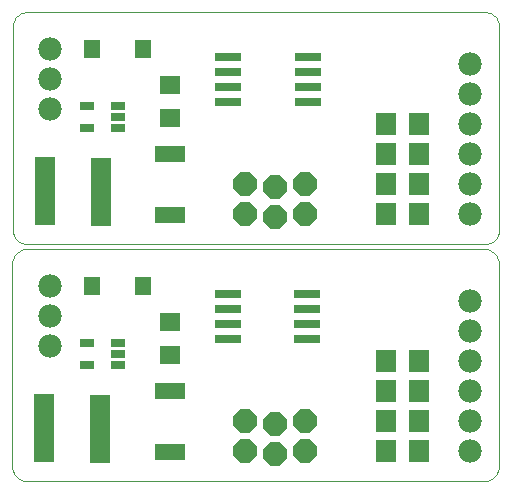
<source format=gts>
G75*
G70*
%OFA0B0*%
%FSLAX24Y24*%
%IPPOS*%
%LPD*%
%AMOC8*
5,1,8,0,0,1.08239X$1,22.5*
%
%ADD10C,0.0000*%
%ADD11OC8,0.0780*%
%ADD12R,0.0910X0.0280*%
%ADD13C,0.0780*%
%ADD14R,0.0512X0.0257*%
%ADD15R,0.0540X0.0619*%
%ADD16R,0.0670X0.0591*%
%ADD17R,0.0985X0.0552*%
%ADD18R,0.0670X0.2284*%
%ADD19R,0.0670X0.0749*%
D10*
X000800Y000550D02*
X016020Y000550D01*
X016064Y000552D01*
X016107Y000558D01*
X016149Y000567D01*
X016191Y000580D01*
X016231Y000597D01*
X016270Y000617D01*
X016307Y000640D01*
X016341Y000667D01*
X016374Y000696D01*
X016403Y000729D01*
X016430Y000763D01*
X016453Y000800D01*
X016473Y000839D01*
X016490Y000879D01*
X016503Y000921D01*
X016512Y000963D01*
X016518Y001006D01*
X016520Y001050D01*
X016520Y007796D01*
X016518Y007840D01*
X016512Y007883D01*
X016503Y007925D01*
X016490Y007967D01*
X016473Y008007D01*
X016453Y008046D01*
X016430Y008083D01*
X016403Y008117D01*
X016374Y008150D01*
X016341Y008179D01*
X016307Y008206D01*
X016270Y008229D01*
X016231Y008249D01*
X016191Y008266D01*
X016149Y008279D01*
X016107Y008288D01*
X016064Y008294D01*
X016020Y008296D01*
X000800Y008296D01*
X000818Y008446D02*
X016039Y008446D01*
X016083Y008448D01*
X016126Y008454D01*
X016168Y008463D01*
X016210Y008476D01*
X016250Y008493D01*
X016289Y008513D01*
X016326Y008536D01*
X016360Y008563D01*
X016393Y008592D01*
X016422Y008625D01*
X016449Y008659D01*
X016472Y008696D01*
X016492Y008735D01*
X016509Y008775D01*
X016522Y008817D01*
X016531Y008859D01*
X016537Y008902D01*
X016539Y008946D01*
X016539Y015692D01*
X016537Y015736D01*
X016531Y015779D01*
X016522Y015821D01*
X016509Y015863D01*
X016492Y015903D01*
X016472Y015942D01*
X016449Y015979D01*
X016422Y016013D01*
X016393Y016046D01*
X016360Y016075D01*
X016326Y016102D01*
X016289Y016125D01*
X016250Y016145D01*
X016210Y016162D01*
X016168Y016175D01*
X016126Y016184D01*
X016083Y016190D01*
X016039Y016192D01*
X000818Y016192D01*
X000774Y016190D01*
X000731Y016184D01*
X000689Y016175D01*
X000647Y016162D01*
X000607Y016145D01*
X000568Y016125D01*
X000531Y016102D01*
X000497Y016075D01*
X000464Y016046D01*
X000435Y016013D01*
X000408Y015979D01*
X000385Y015942D01*
X000365Y015903D01*
X000348Y015863D01*
X000335Y015821D01*
X000326Y015779D01*
X000320Y015736D01*
X000318Y015692D01*
X000318Y008946D01*
X000320Y008902D01*
X000326Y008859D01*
X000335Y008817D01*
X000348Y008775D01*
X000365Y008735D01*
X000385Y008696D01*
X000408Y008659D01*
X000435Y008625D01*
X000464Y008592D01*
X000497Y008563D01*
X000531Y008536D01*
X000568Y008513D01*
X000607Y008493D01*
X000647Y008476D01*
X000689Y008463D01*
X000731Y008454D01*
X000774Y008448D01*
X000818Y008446D01*
X000800Y008296D02*
X000756Y008294D01*
X000713Y008288D01*
X000671Y008279D01*
X000629Y008266D01*
X000589Y008249D01*
X000550Y008229D01*
X000513Y008206D01*
X000479Y008179D01*
X000446Y008150D01*
X000417Y008117D01*
X000390Y008083D01*
X000367Y008046D01*
X000347Y008007D01*
X000330Y007967D01*
X000317Y007925D01*
X000308Y007883D01*
X000302Y007840D01*
X000300Y007796D01*
X000300Y001050D01*
X000302Y001006D01*
X000308Y000963D01*
X000317Y000921D01*
X000330Y000879D01*
X000347Y000839D01*
X000367Y000800D01*
X000390Y000763D01*
X000417Y000729D01*
X000446Y000696D01*
X000479Y000667D01*
X000513Y000640D01*
X000550Y000617D01*
X000589Y000597D01*
X000629Y000580D01*
X000671Y000567D01*
X000713Y000558D01*
X000756Y000552D01*
X000800Y000550D01*
D11*
X008050Y001550D03*
X008050Y002550D03*
X009050Y002450D03*
X010050Y002550D03*
X010050Y001550D03*
X009050Y001450D03*
X009068Y009346D03*
X009068Y010346D03*
X008068Y010446D03*
X008068Y009446D03*
X010068Y009446D03*
X010068Y010446D03*
D12*
X010148Y013196D03*
X010148Y013696D03*
X010148Y014196D03*
X010148Y014696D03*
X007498Y014696D03*
X007498Y014196D03*
X007498Y013696D03*
X007498Y013196D03*
X007480Y006800D03*
X007480Y006300D03*
X007480Y005800D03*
X007480Y005300D03*
X010130Y005300D03*
X010130Y005800D03*
X010130Y006300D03*
X010130Y006800D03*
D13*
X015550Y006550D03*
X015550Y005550D03*
X015550Y004550D03*
X015550Y003550D03*
X015550Y002550D03*
X015550Y001550D03*
X015568Y009446D03*
X015568Y010446D03*
X015568Y011446D03*
X015568Y012446D03*
X015568Y013446D03*
X015568Y014446D03*
X001568Y013946D03*
X001568Y012946D03*
X001568Y014946D03*
X001550Y007050D03*
X001550Y006050D03*
X001550Y005050D03*
D14*
X002788Y005174D03*
X002788Y004426D03*
X003812Y004426D03*
X003812Y004800D03*
X003812Y005174D03*
X003830Y012322D03*
X003830Y012696D03*
X003830Y013070D03*
X002807Y013070D03*
X002807Y012322D03*
D15*
X002972Y014946D03*
X004665Y014946D03*
X004646Y007050D03*
X002954Y007050D03*
D16*
X005550Y005851D03*
X005550Y004749D03*
X005568Y012645D03*
X005568Y013748D03*
D17*
X005568Y011470D03*
X005568Y009423D03*
X005550Y003574D03*
X005550Y001526D03*
D18*
X003225Y002300D03*
X001375Y002320D03*
X001393Y010216D03*
X003244Y010196D03*
D19*
X012767Y010446D03*
X012767Y011446D03*
X012767Y012446D03*
X013870Y012446D03*
X013870Y011446D03*
X013870Y010446D03*
X013870Y009446D03*
X012767Y009446D03*
X012749Y004550D03*
X012749Y003550D03*
X012749Y002550D03*
X012749Y001550D03*
X013851Y001550D03*
X013851Y002550D03*
X013851Y003550D03*
X013851Y004550D03*
M02*

</source>
